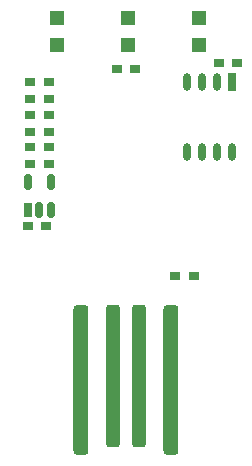
<source format=gbr>
%TF.GenerationSoftware,Altium Limited,Altium Designer,19.1.5 (86)*%
G04 Layer_Color=8421504*
%FSLAX44Y44*%
%MOMM*%
%TF.FileFunction,Paste,Top*%
%TF.Part,Single*%
G01*
G75*
%TA.AperFunction,SMDPad,CuDef*%
G04:AMPARAMS|DCode=10|XSize=12.065mm|YSize=1.2065mm|CornerRadius=0.3016mm|HoleSize=0mm|Usage=FLASHONLY|Rotation=270.000|XOffset=0mm|YOffset=0mm|HoleType=Round|Shape=RoundedRectangle|*
%AMROUNDEDRECTD10*
21,1,12.0650,0.6033,0,0,270.0*
21,1,11.4618,1.2065,0,0,270.0*
1,1,0.6033,-0.3016,-5.7309*
1,1,0.6033,-0.3016,5.7309*
1,1,0.6033,0.3016,5.7309*
1,1,0.6033,0.3016,-5.7309*
%
%ADD10ROUNDEDRECTD10*%
G04:AMPARAMS|DCode=11|XSize=12.7mm|YSize=1.27mm|CornerRadius=0.3175mm|HoleSize=0mm|Usage=FLASHONLY|Rotation=270.000|XOffset=0mm|YOffset=0mm|HoleType=Round|Shape=RoundedRectangle|*
%AMROUNDEDRECTD11*
21,1,12.7000,0.6350,0,0,270.0*
21,1,12.0650,1.2700,0,0,270.0*
1,1,0.6350,-0.3175,-6.0325*
1,1,0.6350,-0.3175,6.0325*
1,1,0.6350,0.3175,6.0325*
1,1,0.6350,0.3175,-6.0325*
%
%ADD11ROUNDEDRECTD11*%
%ADD12R,1.2500X1.2500*%
%ADD13O,0.7000X1.5000*%
%ADD14R,0.7000X1.5000*%
G04:AMPARAMS|DCode=15|XSize=0.7mm|YSize=1.3mm|CornerRadius=0.175mm|HoleSize=0mm|Usage=FLASHONLY|Rotation=0.000|XOffset=0mm|YOffset=0mm|HoleType=Round|Shape=RoundedRectangle|*
%AMROUNDEDRECTD15*
21,1,0.7000,0.9500,0,0,0.0*
21,1,0.3500,1.3000,0,0,0.0*
1,1,0.3500,0.1750,-0.4750*
1,1,0.3500,-0.1750,-0.4750*
1,1,0.3500,-0.1750,0.4750*
1,1,0.3500,0.1750,0.4750*
%
%ADD15ROUNDEDRECTD15*%
%ADD16R,0.7000X1.3000*%
%ADD17R,0.8500X0.8000*%
D10*
X-12340Y-196750D02*
D03*
X9250D02*
D03*
D11*
X-39645Y-199925D02*
D03*
X36555D02*
D03*
D12*
X-60000Y106250D02*
D03*
Y83750D02*
D03*
X-0D02*
D03*
Y106250D02*
D03*
X60000Y83750D02*
D03*
Y106250D02*
D03*
D13*
X62650Y52000D02*
D03*
X75350D02*
D03*
X49950D02*
D03*
X88050Y-7000D02*
D03*
X75350D02*
D03*
X62650D02*
D03*
X49950D02*
D03*
D14*
X88050Y52000D02*
D03*
D15*
X-84500Y-32350D02*
D03*
X-65500D02*
D03*
X-75000Y-56350D02*
D03*
X-65500D02*
D03*
D16*
X-84500D02*
D03*
D17*
X55750Y-112000D02*
D03*
X40250D02*
D03*
X-67250Y-17500D02*
D03*
X-82750D02*
D03*
X-67250Y38000D02*
D03*
X-82750D02*
D03*
X-67250Y52000D02*
D03*
X-82750D02*
D03*
X-9126Y62960D02*
D03*
X6374D02*
D03*
X-84750Y-69400D02*
D03*
X-69250D02*
D03*
X-67250Y24000D02*
D03*
X-82750D02*
D03*
Y-2500D02*
D03*
X-67250D02*
D03*
X-82750Y10019D02*
D03*
X-67250D02*
D03*
X77250Y68000D02*
D03*
X92750D02*
D03*
%TF.MD5,5bdd1c0601cfeb0154623067981c9ad2*%
M02*

</source>
